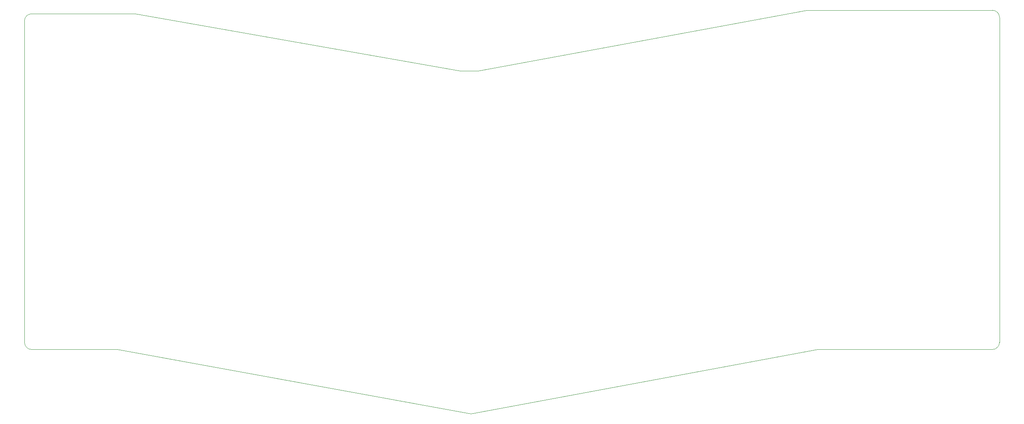
<source format=gm1>
G04 #@! TF.GenerationSoftware,KiCad,Pcbnew,(5.1.4)-1*
G04 #@! TF.CreationDate,2023-02-22T10:45:21+08:00*
G04 #@! TF.ProjectId,C-13X-PCB,432d3133-582d-4504-9342-2e6b69636164,rev?*
G04 #@! TF.SameCoordinates,Original*
G04 #@! TF.FileFunction,Profile,NP*
%FSLAX46Y46*%
G04 Gerber Fmt 4.6, Leading zero omitted, Abs format (unit mm)*
G04 Created by KiCad (PCBNEW (5.1.4)-1) date 2023-02-22 10:45:21*
%MOMM*%
%LPD*%
G04 APERTURE LIST*
%ADD10C,0.050000*%
G04 APERTURE END LIST*
D10*
X223043750Y-78581250D02*
G75*
G02X221456250Y-80168750I-1587500J0D01*
G01*
X7937500Y-80168750D02*
G75*
G02X6350000Y-78581250I0J1587500D01*
G01*
X6350000Y-7143750D02*
G75*
G02X7937500Y-5556250I1587500J0D01*
G01*
X221456250Y-4762500D02*
G75*
G02X223043750Y-6350000I0J-1587500D01*
G01*
X6350000Y-78581250D02*
X6350000Y-7143750D01*
X26987500Y-80168750D02*
X7937500Y-80168750D01*
X105568750Y-94456250D02*
X26987500Y-80168750D01*
X182562500Y-80168750D02*
X105568750Y-94456250D01*
X221456250Y-80168750D02*
X182562500Y-80168750D01*
X223043750Y-6350000D02*
X223043750Y-78581250D01*
X180181250Y-4762500D02*
X221456250Y-4762500D01*
X107156250Y-18256250D02*
X180181250Y-4762500D01*
X103187500Y-18256250D02*
X107156250Y-18256250D01*
X30956250Y-5556250D02*
X103187500Y-18256250D01*
X7937500Y-5556250D02*
X30956250Y-5556250D01*
M02*

</source>
